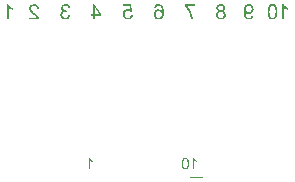
<source format=gbo>
G04*
G04 #@! TF.GenerationSoftware,Altium Limited,Altium Designer,23.9.2 (47)*
G04*
G04 Layer_Color=32896*
%FSLAX44Y44*%
%MOMM*%
G71*
G04*
G04 #@! TF.SameCoordinates,D495FCE5-1433-4DC9-BC9C-766B31E1820A*
G04*
G04*
G04 #@! TF.FilePolarity,Positive*
G04*
G01*
G75*
%ADD11C,0.1000*%
G36*
X389482Y210776D02*
X389686Y210480D01*
X389926Y210184D01*
X390148Y209925D01*
X390371Y209702D01*
X390537Y209517D01*
X390611Y209462D01*
X390667Y209406D01*
X390685Y209388D01*
X390704Y209369D01*
X391093Y209054D01*
X391482Y208758D01*
X391852Y208499D01*
X392222Y208295D01*
X392537Y208110D01*
X392667Y208036D01*
X392778Y207980D01*
X392870Y207925D01*
X392944Y207906D01*
X392981Y207869D01*
X393000D01*
Y206351D01*
X392722Y206462D01*
X392444Y206592D01*
X392167Y206721D01*
X391908Y206851D01*
X391685Y206962D01*
X391500Y207055D01*
X391389Y207129D01*
X391371Y207147D01*
X391352D01*
X391019Y207351D01*
X390723Y207555D01*
X390463Y207740D01*
X390260Y207906D01*
X390074Y208036D01*
X389963Y208147D01*
X389871Y208221D01*
X389852Y208240D01*
Y198222D01*
X388278D01*
Y211091D01*
X389297D01*
X389482Y210776D01*
D02*
G37*
G36*
X380557Y211054D02*
X381020Y210980D01*
X381409Y210851D01*
X381742Y210721D01*
X382020Y210573D01*
X382131Y210517D01*
X382223Y210443D01*
X382297Y210406D01*
X382353Y210369D01*
X382371Y210332D01*
X382390D01*
X382723Y210036D01*
X383001Y209684D01*
X383242Y209332D01*
X383427Y208999D01*
X383575Y208684D01*
X383649Y208554D01*
X383686Y208425D01*
X383723Y208332D01*
X383760Y208258D01*
X383779Y208221D01*
Y208203D01*
X383853Y207925D01*
X383927Y207647D01*
X384038Y207036D01*
X384131Y206425D01*
X384186Y205851D01*
X384205Y205573D01*
X384223Y205333D01*
Y205110D01*
X384242Y204907D01*
Y204758D01*
Y204629D01*
Y204555D01*
Y204536D01*
X384223Y203888D01*
X384186Y203277D01*
X384131Y202722D01*
X384038Y202203D01*
X383945Y201722D01*
X383834Y201296D01*
X383723Y200907D01*
X383612Y200574D01*
X383501Y200278D01*
X383371Y200018D01*
X383279Y199796D01*
X383186Y199629D01*
X383094Y199481D01*
X383038Y199389D01*
X383001Y199333D01*
X382982Y199315D01*
X382779Y199093D01*
X382557Y198889D01*
X382316Y198704D01*
X382075Y198556D01*
X381834Y198426D01*
X381594Y198315D01*
X381353Y198241D01*
X381131Y198167D01*
X380909Y198111D01*
X380705Y198074D01*
X380520Y198037D01*
X380372Y198018D01*
X380242Y198000D01*
X380057D01*
X379557Y198037D01*
X379094Y198111D01*
X378705Y198241D01*
X378372Y198370D01*
X378094Y198500D01*
X378002Y198574D01*
X377909Y198629D01*
X377835Y198667D01*
X377779Y198704D01*
X377761Y198741D01*
X377742D01*
X377409Y199055D01*
X377131Y199389D01*
X376891Y199759D01*
X376705Y200092D01*
X376557Y200407D01*
X376483Y200537D01*
X376446Y200666D01*
X376409Y200759D01*
X376372Y200833D01*
X376354Y200870D01*
Y200889D01*
X376261Y201166D01*
X376187Y201444D01*
X376076Y202037D01*
X375983Y202648D01*
X375928Y203240D01*
X375909Y203499D01*
X375891Y203740D01*
Y203962D01*
X375872Y204166D01*
Y204314D01*
Y204444D01*
Y204518D01*
Y204536D01*
Y204888D01*
X375891Y205222D01*
Y205518D01*
X375909Y205814D01*
X375946Y206073D01*
X375965Y206332D01*
X375983Y206555D01*
X376020Y206758D01*
X376039Y206943D01*
X376076Y207110D01*
X376094Y207240D01*
X376113Y207351D01*
X376131Y207444D01*
X376150Y207499D01*
X376168Y207536D01*
Y207555D01*
X376279Y207962D01*
X376409Y208332D01*
X376557Y208647D01*
X376668Y208925D01*
X376798Y209165D01*
X376872Y209332D01*
X376946Y209425D01*
X376965Y209462D01*
X377168Y209739D01*
X377372Y209980D01*
X377594Y210184D01*
X377798Y210369D01*
X377983Y210499D01*
X378131Y210591D01*
X378224Y210647D01*
X378242Y210665D01*
X378261D01*
X378557Y210814D01*
X378872Y210906D01*
X379168Y210980D01*
X379446Y211036D01*
X379687Y211073D01*
X379890Y211091D01*
X380057D01*
X380557Y211054D01*
D02*
G37*
G36*
X360297Y211073D02*
X360593Y211036D01*
X360889Y210980D01*
X361148Y210906D01*
X361648Y210702D01*
X361871Y210610D01*
X362056Y210499D01*
X362241Y210369D01*
X362389Y210277D01*
X362537Y210165D01*
X362648Y210073D01*
X362741Y209999D01*
X362796Y209943D01*
X362834Y209906D01*
X362852Y209888D01*
X363056Y209665D01*
X363222Y209406D01*
X363389Y209165D01*
X363519Y208906D01*
X363630Y208629D01*
X363722Y208369D01*
X363852Y207888D01*
X363907Y207647D01*
X363945Y207444D01*
X363963Y207240D01*
X363982Y207073D01*
X364000Y206943D01*
Y206851D01*
Y206777D01*
Y206758D01*
X363982Y206406D01*
X363945Y206092D01*
X363907Y205777D01*
X363833Y205481D01*
X363741Y205222D01*
X363648Y204962D01*
X363556Y204740D01*
X363445Y204536D01*
X363352Y204351D01*
X363259Y204184D01*
X363167Y204055D01*
X363074Y203925D01*
X363000Y203833D01*
X362963Y203777D01*
X362926Y203740D01*
X362907Y203722D01*
X362704Y203518D01*
X362482Y203351D01*
X362259Y203185D01*
X362019Y203055D01*
X361796Y202944D01*
X361574Y202851D01*
X361148Y202722D01*
X360963Y202666D01*
X360778Y202629D01*
X360630Y202611D01*
X360482Y202592D01*
X360371Y202574D01*
X360223D01*
X359871Y202592D01*
X359538Y202648D01*
X359241Y202722D01*
X358964Y202814D01*
X358760Y202888D01*
X358593Y202962D01*
X358482Y203018D01*
X358445Y203036D01*
X358149Y203222D01*
X357890Y203425D01*
X357667Y203629D01*
X357482Y203814D01*
X357352Y203999D01*
X357241Y204129D01*
X357167Y204222D01*
X357149Y204259D01*
Y204111D01*
Y204018D01*
Y203962D01*
Y203944D01*
X357167Y203573D01*
X357186Y203222D01*
X357223Y202907D01*
X357260Y202611D01*
X357315Y202370D01*
X357352Y202185D01*
X357371Y202111D01*
Y202055D01*
X357390Y202037D01*
Y202018D01*
X357482Y201685D01*
X357575Y201388D01*
X357667Y201129D01*
X357760Y200907D01*
X357834Y200740D01*
X357908Y200611D01*
X357945Y200518D01*
X357964Y200500D01*
X358112Y200296D01*
X358260Y200129D01*
X358408Y199981D01*
X358556Y199852D01*
X358667Y199741D01*
X358778Y199667D01*
X358852Y199629D01*
X358871Y199611D01*
X359075Y199500D01*
X359297Y199426D01*
X359501Y199370D01*
X359704Y199333D01*
X359871Y199315D01*
X360000Y199296D01*
X360130D01*
X360426Y199315D01*
X360704Y199370D01*
X360945Y199444D01*
X361148Y199537D01*
X361297Y199611D01*
X361426Y199685D01*
X361500Y199741D01*
X361519Y199759D01*
X361704Y199963D01*
X361852Y200203D01*
X361982Y200463D01*
X362074Y200722D01*
X362148Y200944D01*
X362204Y201148D01*
X362222Y201222D01*
Y201259D01*
X362241Y201296D01*
Y201315D01*
X363759Y201185D01*
X363648Y200648D01*
X363500Y200185D01*
X363315Y199778D01*
X363130Y199444D01*
X362945Y199185D01*
X362852Y199074D01*
X362778Y198981D01*
X362722Y198926D01*
X362667Y198870D01*
X362648Y198852D01*
X362630Y198833D01*
X362445Y198685D01*
X362241Y198556D01*
X361834Y198352D01*
X361426Y198204D01*
X361037Y198111D01*
X360686Y198037D01*
X360537Y198018D01*
X360408D01*
X360315Y198000D01*
X360167D01*
X359649Y198037D01*
X359186Y198111D01*
X358760Y198241D01*
X358408Y198389D01*
X358260Y198444D01*
X358112Y198518D01*
X358001Y198592D01*
X357890Y198648D01*
X357816Y198685D01*
X357760Y198722D01*
X357723Y198759D01*
X357704D01*
X357334Y199074D01*
X357001Y199426D01*
X356741Y199796D01*
X356519Y200148D01*
X356334Y200463D01*
X356260Y200611D01*
X356204Y200722D01*
X356167Y200833D01*
X356130Y200907D01*
X356112Y200944D01*
Y200963D01*
X356019Y201240D01*
X355927Y201555D01*
X355797Y202185D01*
X355705Y202851D01*
X355649Y203481D01*
X355612Y203759D01*
X355593Y204036D01*
Y204277D01*
X355575Y204481D01*
Y204647D01*
Y204777D01*
Y204870D01*
Y204888D01*
Y205314D01*
X355593Y205721D01*
X355630Y206092D01*
X355667Y206444D01*
X355705Y206758D01*
X355742Y207055D01*
X355797Y207332D01*
X355853Y207573D01*
X355908Y207777D01*
X355945Y207962D01*
X356001Y208129D01*
X356038Y208258D01*
X356075Y208351D01*
X356112Y208425D01*
X356130Y208462D01*
Y208480D01*
X356353Y208925D01*
X356593Y209314D01*
X356871Y209647D01*
X357112Y209925D01*
X357352Y210128D01*
X357538Y210277D01*
X357612Y210332D01*
X357667Y210369D01*
X357686Y210406D01*
X357704D01*
X358093Y210628D01*
X358482Y210795D01*
X358871Y210925D01*
X359223Y210999D01*
X359538Y211054D01*
X359667Y211073D01*
X359760D01*
X359852Y211091D01*
X359982D01*
X360297Y211073D01*
D02*
G37*
G36*
X336591D02*
X336887Y211054D01*
X337406Y210943D01*
X337646Y210869D01*
X337868Y210795D01*
X338072Y210702D01*
X338257Y210610D01*
X338405Y210517D01*
X338554Y210425D01*
X338683Y210351D01*
X338776Y210277D01*
X338850Y210221D01*
X338905Y210165D01*
X338942Y210147D01*
X338961Y210128D01*
X339128Y209943D01*
X339294Y209758D01*
X339424Y209554D01*
X339535Y209351D01*
X339720Y208962D01*
X339831Y208591D01*
X339905Y208277D01*
X339924Y208129D01*
X339942Y208018D01*
X339961Y207906D01*
Y207832D01*
Y207795D01*
Y207777D01*
X339942Y207444D01*
X339887Y207129D01*
X339813Y206851D01*
X339720Y206610D01*
X339646Y206425D01*
X339572Y206277D01*
X339516Y206203D01*
X339498Y206166D01*
X339294Y205944D01*
X339072Y205740D01*
X338831Y205555D01*
X338591Y205407D01*
X338368Y205296D01*
X338202Y205222D01*
X338128Y205184D01*
X338072Y205166D01*
X338054Y205147D01*
X338035D01*
X338461Y205018D01*
X338813Y204851D01*
X339128Y204647D01*
X339387Y204462D01*
X339591Y204277D01*
X339739Y204129D01*
X339813Y204036D01*
X339850Y204018D01*
Y203999D01*
X340053Y203666D01*
X340220Y203314D01*
X340331Y202981D01*
X340405Y202648D01*
X340442Y202351D01*
X340461Y202222D01*
Y202111D01*
X340479Y202037D01*
Y201963D01*
Y201926D01*
Y201907D01*
X340461Y201611D01*
X340424Y201315D01*
X340368Y201037D01*
X340294Y200759D01*
X340109Y200296D01*
X340016Y200074D01*
X339905Y199889D01*
X339794Y199704D01*
X339702Y199555D01*
X339591Y199426D01*
X339516Y199315D01*
X339442Y199222D01*
X339387Y199167D01*
X339350Y199130D01*
X339331Y199111D01*
X339109Y198907D01*
X338868Y198741D01*
X338609Y198592D01*
X338350Y198463D01*
X338109Y198370D01*
X337850Y198278D01*
X337350Y198148D01*
X337128Y198093D01*
X336924Y198055D01*
X336739Y198037D01*
X336572Y198018D01*
X336443Y198000D01*
X336258D01*
X335906Y198018D01*
X335591Y198055D01*
X335276Y198111D01*
X334980Y198167D01*
X334721Y198259D01*
X334462Y198352D01*
X334221Y198444D01*
X334017Y198556D01*
X333832Y198667D01*
X333665Y198759D01*
X333536Y198852D01*
X333406Y198944D01*
X333313Y199000D01*
X333258Y199055D01*
X333221Y199093D01*
X333202Y199111D01*
X332999Y199333D01*
X332813Y199555D01*
X332665Y199778D01*
X332536Y200018D01*
X332406Y200240D01*
X332313Y200481D01*
X332184Y200907D01*
X332128Y201111D01*
X332091Y201296D01*
X332073Y201463D01*
X332054Y201592D01*
X332036Y201703D01*
Y201796D01*
Y201851D01*
Y201870D01*
X332054Y202296D01*
X332128Y202685D01*
X332239Y203036D01*
X332351Y203333D01*
X332462Y203573D01*
X332573Y203759D01*
X332647Y203870D01*
X332665Y203888D01*
Y203907D01*
X332925Y204203D01*
X333202Y204462D01*
X333499Y204666D01*
X333776Y204851D01*
X334036Y204981D01*
X334258Y205073D01*
X334332Y205110D01*
X334387Y205129D01*
X334424Y205147D01*
X334443D01*
X334110Y205296D01*
X333832Y205462D01*
X333591Y205629D01*
X333387Y205795D01*
X333239Y205944D01*
X333128Y206055D01*
X333054Y206129D01*
X333036Y206166D01*
X332869Y206425D01*
X332758Y206684D01*
X332665Y206943D01*
X332610Y207203D01*
X332573Y207406D01*
X332554Y207573D01*
Y207684D01*
Y207703D01*
Y207721D01*
X332573Y207980D01*
X332591Y208221D01*
X332721Y208684D01*
X332887Y209091D01*
X333073Y209443D01*
X333258Y209721D01*
X333350Y209832D01*
X333424Y209943D01*
X333499Y210017D01*
X333554Y210073D01*
X333573Y210091D01*
X333591Y210110D01*
X333795Y210277D01*
X333998Y210443D01*
X334221Y210573D01*
X334443Y210684D01*
X334887Y210851D01*
X335332Y210962D01*
X335517Y211017D01*
X335702Y211036D01*
X335869Y211054D01*
X336017Y211073D01*
X336128Y211091D01*
X336295D01*
X336591Y211073D01*
D02*
G37*
G36*
X314363Y209128D02*
X308086D01*
X308530Y208591D01*
X308956Y208018D01*
X309326Y207462D01*
X309678Y206925D01*
X309826Y206684D01*
X309956Y206462D01*
X310085Y206258D01*
X310178Y206092D01*
X310252Y205944D01*
X310308Y205851D01*
X310345Y205777D01*
X310363Y205758D01*
X310734Y205018D01*
X311067Y204277D01*
X311345Y203573D01*
X311456Y203259D01*
X311567Y202944D01*
X311678Y202666D01*
X311752Y202407D01*
X311826Y202185D01*
X311882Y202000D01*
X311937Y201833D01*
X311974Y201722D01*
X311993Y201648D01*
Y201629D01*
X312178Y200870D01*
X312252Y200500D01*
X312307Y200166D01*
X312363Y199852D01*
X312418Y199537D01*
X312456Y199278D01*
X312493Y199018D01*
X312511Y198796D01*
X312530Y198592D01*
X312548Y198407D01*
Y198259D01*
X312567Y198148D01*
Y198074D01*
Y198018D01*
Y198000D01*
X310956D01*
X310900Y198704D01*
X310808Y199352D01*
X310715Y199944D01*
X310659Y200222D01*
X310604Y200481D01*
X310567Y200703D01*
X310511Y200907D01*
X310474Y201092D01*
X310437Y201240D01*
X310400Y201352D01*
X310382Y201444D01*
X310363Y201500D01*
Y201518D01*
X310085Y202370D01*
X309789Y203166D01*
X309641Y203555D01*
X309493Y203925D01*
X309326Y204259D01*
X309178Y204592D01*
X309049Y204888D01*
X308919Y205147D01*
X308808Y205370D01*
X308715Y205573D01*
X308623Y205740D01*
X308567Y205851D01*
X308530Y205925D01*
X308512Y205944D01*
X308289Y206332D01*
X308067Y206721D01*
X307845Y207073D01*
X307623Y207406D01*
X307419Y207703D01*
X307215Y207999D01*
X307012Y208258D01*
X306845Y208480D01*
X306678Y208703D01*
X306530Y208888D01*
X306382Y209036D01*
X306271Y209165D01*
X306197Y209277D01*
X306123Y209351D01*
X306086Y209388D01*
X306067Y209406D01*
Y210647D01*
X314363D01*
Y209128D01*
D02*
G37*
G36*
X283831Y211073D02*
X284183Y211036D01*
X284516Y210962D01*
X284831Y210869D01*
X285109Y210739D01*
X285386Y210628D01*
X285627Y210480D01*
X285849Y210351D01*
X286034Y210221D01*
X286220Y210073D01*
X286368Y209962D01*
X286479Y209851D01*
X286571Y209739D01*
X286645Y209665D01*
X286682Y209628D01*
X286701Y209610D01*
X286942Y209277D01*
X287145Y208888D01*
X287330Y208480D01*
X287497Y208055D01*
X287627Y207610D01*
X287738Y207166D01*
X287831Y206703D01*
X287904Y206277D01*
X287960Y205851D01*
X287997Y205462D01*
X288034Y205110D01*
X288053Y204814D01*
Y204555D01*
X288071Y204370D01*
Y204296D01*
Y204240D01*
Y204222D01*
Y204203D01*
X288053Y203610D01*
X288016Y203055D01*
X287960Y202537D01*
X287868Y202055D01*
X287775Y201629D01*
X287682Y201240D01*
X287571Y200889D01*
X287442Y200574D01*
X287330Y200315D01*
X287219Y200074D01*
X287127Y199889D01*
X287016Y199722D01*
X286942Y199592D01*
X286886Y199518D01*
X286849Y199463D01*
X286831Y199444D01*
X286590Y199185D01*
X286331Y198963D01*
X286071Y198778D01*
X285812Y198611D01*
X285534Y198463D01*
X285275Y198352D01*
X285016Y198259D01*
X284757Y198185D01*
X284534Y198130D01*
X284312Y198074D01*
X284127Y198037D01*
X283960Y198018D01*
X283812D01*
X283720Y198000D01*
X283627D01*
X283201Y198018D01*
X282812Y198093D01*
X282461Y198167D01*
X282146Y198278D01*
X281905Y198370D01*
X281720Y198463D01*
X281646Y198481D01*
X281590Y198518D01*
X281572Y198537D01*
X281553D01*
X281239Y198759D01*
X280942Y199018D01*
X280702Y199278D01*
X280498Y199537D01*
X280331Y199778D01*
X280220Y199963D01*
X280183Y200037D01*
X280146Y200092D01*
X280128Y200111D01*
Y200129D01*
X279942Y200518D01*
X279813Y200926D01*
X279720Y201296D01*
X279665Y201648D01*
X279609Y201944D01*
Y202055D01*
X279591Y202166D01*
Y202259D01*
Y202314D01*
Y202351D01*
Y202370D01*
X279609Y202703D01*
X279646Y203018D01*
X279702Y203333D01*
X279757Y203610D01*
X279850Y203870D01*
X279942Y204129D01*
X280035Y204351D01*
X280146Y204555D01*
X280257Y204740D01*
X280350Y204907D01*
X280442Y205036D01*
X280535Y205166D01*
X280590Y205259D01*
X280646Y205314D01*
X280683Y205351D01*
X280702Y205370D01*
X280905Y205573D01*
X281127Y205758D01*
X281368Y205907D01*
X281590Y206036D01*
X281813Y206166D01*
X282035Y206258D01*
X282461Y206388D01*
X282646Y206444D01*
X282831Y206481D01*
X282979Y206499D01*
X283127Y206518D01*
X283238Y206536D01*
X283386D01*
X283720Y206518D01*
X284035Y206462D01*
X284331Y206406D01*
X284590Y206332D01*
X284812Y206240D01*
X284979Y206184D01*
X285090Y206129D01*
X285109Y206110D01*
X285127D01*
X285423Y205925D01*
X285683Y205721D01*
X285923Y205518D01*
X286108Y205296D01*
X286275Y205110D01*
X286405Y204962D01*
X286479Y204851D01*
X286497Y204833D01*
Y205166D01*
X286479Y205499D01*
X286460Y205795D01*
X286423Y206092D01*
X286405Y206351D01*
X286368Y206592D01*
X286331Y206814D01*
X286275Y207018D01*
X286238Y207203D01*
X286201Y207351D01*
X286164Y207481D01*
X286145Y207592D01*
X286108Y207666D01*
X286090Y207721D01*
X286071Y207758D01*
Y207777D01*
X285886Y208147D01*
X285701Y208480D01*
X285497Y208740D01*
X285312Y208962D01*
X285146Y209147D01*
X285016Y209277D01*
X284923Y209351D01*
X284886Y209369D01*
X284664Y209517D01*
X284442Y209610D01*
X284220Y209684D01*
X283997Y209739D01*
X283831Y209776D01*
X283683Y209795D01*
X283553D01*
X283220Y209758D01*
X282905Y209684D01*
X282646Y209573D01*
X282405Y209462D01*
X282220Y209332D01*
X282090Y209221D01*
X282016Y209147D01*
X281979Y209110D01*
X281850Y208943D01*
X281720Y208740D01*
X281609Y208517D01*
X281535Y208295D01*
X281461Y208092D01*
X281405Y207925D01*
X281387Y207814D01*
X281368Y207795D01*
Y207777D01*
X279794Y207906D01*
X279905Y208425D01*
X280072Y208888D01*
X280257Y209295D01*
X280461Y209628D01*
X280665Y209888D01*
X280739Y209999D01*
X280831Y210091D01*
X280887Y210147D01*
X280942Y210202D01*
X280961Y210221D01*
X280979Y210240D01*
X281164Y210388D01*
X281368Y210517D01*
X281775Y210739D01*
X282183Y210888D01*
X282572Y210980D01*
X282924Y211054D01*
X283072Y211073D01*
X283201D01*
X283312Y211091D01*
X283461D01*
X283831Y211073D01*
D02*
G37*
G36*
X261464Y204277D02*
X259983Y204073D01*
X259853Y204277D01*
X259687Y204444D01*
X259539Y204610D01*
X259391Y204740D01*
X259242Y204833D01*
X259131Y204925D01*
X259057Y204962D01*
X259039Y204981D01*
X258798Y205092D01*
X258557Y205184D01*
X258335Y205240D01*
X258113Y205296D01*
X257928Y205314D01*
X257780Y205333D01*
X257428D01*
X257206Y205296D01*
X256817Y205203D01*
X256483Y205073D01*
X256187Y204944D01*
X255965Y204796D01*
X255798Y204666D01*
X255706Y204573D01*
X255669Y204555D01*
Y204536D01*
X255409Y204222D01*
X255224Y203888D01*
X255095Y203536D01*
X255002Y203185D01*
X254946Y202888D01*
X254928Y202759D01*
Y202648D01*
X254909Y202555D01*
Y202481D01*
Y202444D01*
Y202425D01*
Y202166D01*
X254946Y201926D01*
X255039Y201463D01*
X255169Y201074D01*
X255298Y200759D01*
X255446Y200500D01*
X255576Y200296D01*
X255632Y200240D01*
X255669Y200185D01*
X255687Y200166D01*
X255706Y200148D01*
X255854Y200000D01*
X256002Y199870D01*
X256335Y199648D01*
X256650Y199500D01*
X256965Y199407D01*
X257224Y199333D01*
X257446Y199315D01*
X257520Y199296D01*
X257631D01*
X257983Y199315D01*
X258298Y199389D01*
X258576Y199481D01*
X258798Y199592D01*
X259002Y199704D01*
X259150Y199796D01*
X259224Y199870D01*
X259261Y199889D01*
X259483Y200148D01*
X259668Y200426D01*
X259816Y200740D01*
X259928Y201018D01*
X260002Y201296D01*
X260057Y201500D01*
X260076Y201592D01*
X260094Y201648D01*
Y201685D01*
Y201703D01*
X261742Y201574D01*
X261705Y201277D01*
X261649Y201000D01*
X261483Y200481D01*
X261279Y200037D01*
X261168Y199833D01*
X261057Y199667D01*
X260964Y199500D01*
X260853Y199352D01*
X260761Y199241D01*
X260668Y199148D01*
X260594Y199074D01*
X260557Y199000D01*
X260520Y198981D01*
X260501Y198963D01*
X260279Y198796D01*
X260057Y198648D01*
X259816Y198518D01*
X259576Y198407D01*
X259113Y198241D01*
X258650Y198130D01*
X258446Y198074D01*
X258242Y198055D01*
X258076Y198037D01*
X257928Y198018D01*
X257798Y198000D01*
X257631D01*
X257243Y198018D01*
X256872Y198074D01*
X256520Y198148D01*
X256206Y198241D01*
X255909Y198370D01*
X255632Y198500D01*
X255372Y198629D01*
X255150Y198778D01*
X254946Y198926D01*
X254761Y199055D01*
X254613Y199204D01*
X254484Y199315D01*
X254391Y199407D01*
X254317Y199481D01*
X254280Y199537D01*
X254261Y199555D01*
X254076Y199796D01*
X253928Y200055D01*
X253780Y200296D01*
X253669Y200555D01*
X253484Y201055D01*
X253373Y201537D01*
X253336Y201740D01*
X253299Y201944D01*
X253280Y202111D01*
X253262Y202259D01*
X253243Y202388D01*
Y202481D01*
Y202537D01*
Y202555D01*
X253262Y202888D01*
X253299Y203203D01*
X253354Y203518D01*
X253428Y203796D01*
X253521Y204055D01*
X253613Y204314D01*
X253724Y204536D01*
X253817Y204740D01*
X253928Y204925D01*
X254039Y205092D01*
X254132Y205222D01*
X254224Y205351D01*
X254298Y205444D01*
X254354Y205499D01*
X254391Y205536D01*
X254410Y205555D01*
X254632Y205758D01*
X254854Y205944D01*
X255095Y206092D01*
X255335Y206221D01*
X255576Y206351D01*
X255817Y206444D01*
X256261Y206573D01*
X256465Y206629D01*
X256650Y206666D01*
X256817Y206684D01*
X256965Y206703D01*
X257076Y206721D01*
X257483D01*
X257705Y206684D01*
X258150Y206592D01*
X258557Y206462D01*
X258928Y206314D01*
X259224Y206166D01*
X259354Y206092D01*
X259465Y206036D01*
X259557Y205981D01*
X259613Y205944D01*
X259650Y205925D01*
X259668Y205907D01*
X258983Y209369D01*
X253854D01*
Y210869D01*
X260224D01*
X261464Y204277D01*
D02*
G37*
G36*
X156482Y210554D02*
X156685Y210258D01*
X156926Y209962D01*
X157148Y209702D01*
X157371Y209480D01*
X157537Y209295D01*
X157611Y209240D01*
X157667Y209184D01*
X157685Y209165D01*
X157704Y209147D01*
X158093Y208832D01*
X158482Y208536D01*
X158852Y208277D01*
X159222Y208073D01*
X159537Y207888D01*
X159667Y207814D01*
X159778Y207758D01*
X159870Y207703D01*
X159944Y207684D01*
X159981Y207647D01*
X160000D01*
Y206129D01*
X159722Y206240D01*
X159445Y206369D01*
X159167Y206499D01*
X158907Y206629D01*
X158685Y206740D01*
X158500Y206832D01*
X158389Y206907D01*
X158371Y206925D01*
X158352D01*
X158019Y207129D01*
X157722Y207332D01*
X157463Y207518D01*
X157260Y207684D01*
X157074Y207814D01*
X156963Y207925D01*
X156871Y207999D01*
X156852Y208018D01*
Y198000D01*
X155278D01*
Y210869D01*
X156297D01*
X156482Y210554D01*
D02*
G37*
G36*
X178401Y210851D02*
X178716Y210832D01*
X179012Y210776D01*
X179290Y210721D01*
X179549Y210647D01*
X179790Y210573D01*
X180012Y210480D01*
X180215Y210388D01*
X180401Y210295D01*
X180549Y210202D01*
X180678Y210128D01*
X180790Y210054D01*
X180882Y209999D01*
X180938Y209943D01*
X180975Y209925D01*
X180993Y209906D01*
X181178Y209721D01*
X181345Y209517D01*
X181512Y209295D01*
X181641Y209073D01*
X181863Y208629D01*
X182012Y208184D01*
X182067Y207980D01*
X182123Y207777D01*
X182160Y207610D01*
X182197Y207462D01*
X182215Y207332D01*
Y207240D01*
X182234Y207184D01*
Y207166D01*
X180623Y206999D01*
X180586Y207425D01*
X180512Y207795D01*
X180401Y208129D01*
X180271Y208388D01*
X180160Y208610D01*
X180049Y208758D01*
X179975Y208851D01*
X179938Y208888D01*
X179660Y209110D01*
X179364Y209277D01*
X179049Y209406D01*
X178771Y209480D01*
X178512Y209536D01*
X178290Y209554D01*
X178216Y209573D01*
X178104D01*
X177716Y209554D01*
X177364Y209480D01*
X177068Y209369D01*
X176808Y209258D01*
X176605Y209128D01*
X176475Y209036D01*
X176383Y208962D01*
X176346Y208925D01*
X176123Y208666D01*
X175957Y208406D01*
X175827Y208147D01*
X175753Y207888D01*
X175697Y207684D01*
X175679Y207499D01*
X175660Y207388D01*
Y207369D01*
Y207351D01*
X175697Y207018D01*
X175772Y206666D01*
X175901Y206351D01*
X176031Y206055D01*
X176179Y205814D01*
X176308Y205610D01*
X176346Y205536D01*
X176383Y205481D01*
X176420Y205462D01*
Y205444D01*
X176568Y205240D01*
X176753Y205036D01*
X176957Y204814D01*
X177179Y204592D01*
X177642Y204147D01*
X178104Y203703D01*
X178345Y203499D01*
X178549Y203314D01*
X178753Y203148D01*
X178919Y202999D01*
X179049Y202888D01*
X179160Y202796D01*
X179234Y202740D01*
X179253Y202722D01*
X179715Y202333D01*
X180141Y201963D01*
X180493Y201629D01*
X180771Y201352D01*
X181012Y201111D01*
X181178Y200944D01*
X181271Y200833D01*
X181308Y200814D01*
Y200796D01*
X181567Y200481D01*
X181771Y200185D01*
X181956Y199889D01*
X182104Y199629D01*
X182215Y199407D01*
X182289Y199241D01*
X182326Y199130D01*
X182345Y199111D01*
Y199093D01*
X182419Y198889D01*
X182456Y198704D01*
X182493Y198518D01*
X182512Y198352D01*
X182530Y198204D01*
Y198093D01*
Y198018D01*
Y198000D01*
X174031D01*
Y199518D01*
X180345D01*
X180123Y199833D01*
X180012Y199963D01*
X179919Y200092D01*
X179827Y200203D01*
X179753Y200278D01*
X179697Y200333D01*
X179678Y200352D01*
X179586Y200444D01*
X179475Y200537D01*
X179216Y200777D01*
X178919Y201055D01*
X178605Y201333D01*
X178308Y201574D01*
X178179Y201685D01*
X178067Y201796D01*
X177975Y201870D01*
X177901Y201926D01*
X177864Y201963D01*
X177845Y201981D01*
X177549Y202240D01*
X177253Y202481D01*
X176994Y202722D01*
X176753Y202925D01*
X176531Y203129D01*
X176346Y203314D01*
X176160Y203481D01*
X176012Y203629D01*
X175864Y203777D01*
X175753Y203888D01*
X175660Y203981D01*
X175568Y204073D01*
X175475Y204184D01*
X175438Y204222D01*
X175179Y204536D01*
X174957Y204814D01*
X174772Y205092D01*
X174623Y205314D01*
X174512Y205518D01*
X174438Y205666D01*
X174401Y205758D01*
X174383Y205795D01*
X174272Y206073D01*
X174198Y206351D01*
X174123Y206610D01*
X174086Y206832D01*
X174068Y207036D01*
X174049Y207184D01*
Y207277D01*
Y207314D01*
X174068Y207592D01*
X174105Y207851D01*
X174142Y208110D01*
X174216Y208332D01*
X174401Y208777D01*
X174586Y209128D01*
X174697Y209295D01*
X174790Y209425D01*
X174883Y209554D01*
X174975Y209647D01*
X175049Y209721D01*
X175086Y209795D01*
X175123Y209814D01*
X175142Y209832D01*
X175346Y210017D01*
X175568Y210184D01*
X175809Y210313D01*
X176049Y210425D01*
X176531Y210610D01*
X177012Y210739D01*
X177216Y210776D01*
X177419Y210814D01*
X177605Y210832D01*
X177753Y210851D01*
X177882Y210869D01*
X178067D01*
X178401Y210851D01*
D02*
G37*
G36*
X205371Y211054D02*
X205871Y210962D01*
X206297Y210814D01*
X206668Y210665D01*
X206834Y210573D01*
X206964Y210499D01*
X207094Y210425D01*
X207186Y210351D01*
X207260Y210295D01*
X207316Y210258D01*
X207353Y210240D01*
X207371Y210221D01*
X207723Y209869D01*
X208001Y209480D01*
X208223Y209073D01*
X208408Y208666D01*
X208519Y208314D01*
X208575Y208166D01*
X208612Y208036D01*
X208630Y207925D01*
X208649Y207851D01*
X208667Y207795D01*
Y207777D01*
X207094Y207499D01*
X207019Y207906D01*
X206908Y208258D01*
X206779Y208554D01*
X206649Y208795D01*
X206520Y208980D01*
X206408Y209110D01*
X206334Y209202D01*
X206316Y209221D01*
X206075Y209406D01*
X205816Y209554D01*
X205575Y209647D01*
X205334Y209721D01*
X205112Y209758D01*
X204946Y209795D01*
X204797D01*
X204464Y209776D01*
X204168Y209702D01*
X203909Y209610D01*
X203687Y209517D01*
X203520Y209406D01*
X203390Y209314D01*
X203298Y209240D01*
X203279Y209221D01*
X203075Y208999D01*
X202927Y208758D01*
X202835Y208517D01*
X202761Y208295D01*
X202724Y208092D01*
X202687Y207943D01*
Y207832D01*
Y207814D01*
Y207795D01*
Y207592D01*
X202724Y207406D01*
X202816Y207092D01*
X202946Y206814D01*
X203094Y206573D01*
X203242Y206406D01*
X203372Y206277D01*
X203464Y206203D01*
X203483Y206184D01*
X203501D01*
X203816Y206018D01*
X204112Y205888D01*
X204427Y205795D01*
X204705Y205740D01*
X204946Y205703D01*
X205149Y205666D01*
X205390D01*
X205464Y205684D01*
X205557D01*
X205742Y204296D01*
X205501Y204351D01*
X205279Y204388D01*
X205094Y204425D01*
X204927Y204444D01*
X204797Y204462D01*
X204631D01*
X204242Y204425D01*
X203890Y204351D01*
X203575Y204240D01*
X203316Y204111D01*
X203112Y203981D01*
X202964Y203870D01*
X202872Y203796D01*
X202835Y203759D01*
X202594Y203481D01*
X202409Y203185D01*
X202279Y202888D01*
X202205Y202592D01*
X202150Y202351D01*
X202131Y202148D01*
X202113Y202074D01*
Y202018D01*
Y201981D01*
Y201963D01*
X202150Y201555D01*
X202242Y201185D01*
X202353Y200870D01*
X202501Y200592D01*
X202649Y200370D01*
X202761Y200203D01*
X202853Y200092D01*
X202890Y200055D01*
X203186Y199796D01*
X203501Y199611D01*
X203816Y199481D01*
X204112Y199389D01*
X204372Y199333D01*
X204575Y199315D01*
X204649Y199296D01*
X204760D01*
X205094Y199315D01*
X205408Y199389D01*
X205686Y199481D01*
X205909Y199592D01*
X206094Y199685D01*
X206242Y199778D01*
X206316Y199852D01*
X206353Y199870D01*
X206575Y200129D01*
X206760Y200426D01*
X206927Y200740D01*
X207057Y201074D01*
X207149Y201352D01*
X207186Y201481D01*
X207205Y201592D01*
X207223Y201685D01*
X207242Y201759D01*
X207260Y201796D01*
Y201814D01*
X208834Y201611D01*
X208797Y201315D01*
X208741Y201037D01*
X208575Y200518D01*
X208371Y200074D01*
X208260Y199889D01*
X208149Y199704D01*
X208038Y199537D01*
X207927Y199407D01*
X207834Y199278D01*
X207742Y199185D01*
X207686Y199111D01*
X207631Y199055D01*
X207593Y199018D01*
X207575Y199000D01*
X207353Y198833D01*
X207131Y198667D01*
X206908Y198537D01*
X206668Y198426D01*
X206205Y198241D01*
X205760Y198130D01*
X205557Y198093D01*
X205371Y198055D01*
X205205Y198037D01*
X205057Y198018D01*
X204946Y198000D01*
X204779D01*
X204427Y198018D01*
X204112Y198055D01*
X203798Y198111D01*
X203501Y198185D01*
X203223Y198278D01*
X202983Y198370D01*
X202742Y198481D01*
X202538Y198592D01*
X202335Y198685D01*
X202168Y198796D01*
X202020Y198889D01*
X201909Y198981D01*
X201816Y199055D01*
X201742Y199111D01*
X201705Y199148D01*
X201687Y199167D01*
X201465Y199389D01*
X201279Y199629D01*
X201113Y199870D01*
X200965Y200111D01*
X200853Y200333D01*
X200742Y200574D01*
X200594Y201018D01*
X200557Y201222D01*
X200520Y201407D01*
X200483Y201574D01*
X200465Y201722D01*
X200446Y201833D01*
Y201926D01*
Y201981D01*
Y202000D01*
X200465Y202444D01*
X200539Y202851D01*
X200650Y203203D01*
X200761Y203499D01*
X200872Y203740D01*
X200983Y203925D01*
X201057Y204036D01*
X201076Y204073D01*
X201335Y204351D01*
X201613Y204592D01*
X201909Y204777D01*
X202205Y204925D01*
X202464Y205036D01*
X202668Y205110D01*
X202742Y205129D01*
X202798Y205147D01*
X202835Y205166D01*
X202853D01*
X202538Y205333D01*
X202279Y205499D01*
X202057Y205684D01*
X201872Y205851D01*
X201724Y205999D01*
X201613Y206129D01*
X201557Y206203D01*
X201539Y206240D01*
X201390Y206499D01*
X201279Y206758D01*
X201187Y207018D01*
X201131Y207258D01*
X201094Y207462D01*
X201076Y207610D01*
Y207721D01*
Y207758D01*
X201094Y208073D01*
X201150Y208388D01*
X201224Y208666D01*
X201316Y208906D01*
X201409Y209110D01*
X201483Y209277D01*
X201539Y209369D01*
X201557Y209406D01*
X201742Y209684D01*
X201964Y209925D01*
X202187Y210128D01*
X202409Y210313D01*
X202594Y210443D01*
X202761Y210554D01*
X202872Y210610D01*
X202890Y210628D01*
X202909D01*
X203242Y210776D01*
X203575Y210888D01*
X203909Y210980D01*
X204205Y211036D01*
X204446Y211073D01*
X204649Y211091D01*
X205112D01*
X205371Y211054D01*
D02*
G37*
G36*
X235051Y202518D02*
Y201074D01*
X229477D01*
Y198000D01*
X227903D01*
Y201074D01*
X226163D01*
Y202518D01*
X227903D01*
Y210814D01*
X229181D01*
X235051Y202518D01*
D02*
G37*
G36*
X313365Y80569D02*
X313518Y80347D01*
X313698Y80125D01*
X313864Y79931D01*
X314031Y79765D01*
X314156Y79626D01*
X314211Y79585D01*
X314253Y79543D01*
X314266Y79529D01*
X314280Y79515D01*
X314572Y79279D01*
X314863Y79058D01*
X315140Y78863D01*
X315417Y78711D01*
X315653Y78572D01*
X315750Y78517D01*
X315834Y78475D01*
X315903Y78433D01*
X315958Y78420D01*
X315986Y78392D01*
X316000D01*
Y77255D01*
X315792Y77338D01*
X315584Y77435D01*
X315376Y77532D01*
X315182Y77629D01*
X315015Y77712D01*
X314877Y77782D01*
X314793Y77837D01*
X314780Y77851D01*
X314766D01*
X314516Y78004D01*
X314294Y78156D01*
X314100Y78295D01*
X313948Y78420D01*
X313809Y78517D01*
X313726Y78600D01*
X313656Y78655D01*
X313642Y78669D01*
Y71166D01*
X312464D01*
Y80805D01*
X313226D01*
X313365Y80569D01*
D02*
G37*
G36*
X306680Y80777D02*
X307027Y80722D01*
X307318Y80625D01*
X307568Y80528D01*
X307776Y80417D01*
X307859Y80375D01*
X307929Y80320D01*
X307984Y80292D01*
X308026Y80264D01*
X308039Y80236D01*
X308053D01*
X308303Y80014D01*
X308511Y79751D01*
X308691Y79488D01*
X308830Y79238D01*
X308941Y79002D01*
X308997Y78905D01*
X309024Y78808D01*
X309052Y78739D01*
X309080Y78683D01*
X309093Y78655D01*
Y78642D01*
X309149Y78433D01*
X309205Y78225D01*
X309288Y77768D01*
X309357Y77310D01*
X309399Y76880D01*
X309412Y76672D01*
X309426Y76492D01*
Y76325D01*
X309440Y76173D01*
Y76062D01*
Y75965D01*
Y75909D01*
Y75896D01*
X309426Y75410D01*
X309399Y74953D01*
X309357Y74536D01*
X309288Y74148D01*
X309218Y73788D01*
X309135Y73469D01*
X309052Y73177D01*
X308969Y72928D01*
X308885Y72706D01*
X308788Y72512D01*
X308719Y72345D01*
X308650Y72220D01*
X308580Y72109D01*
X308539Y72040D01*
X308511Y71999D01*
X308497Y71985D01*
X308345Y71818D01*
X308178Y71666D01*
X307998Y71527D01*
X307818Y71416D01*
X307637Y71319D01*
X307457Y71236D01*
X307277Y71180D01*
X307110Y71125D01*
X306944Y71083D01*
X306791Y71055D01*
X306653Y71028D01*
X306542Y71014D01*
X306445Y71000D01*
X306306D01*
X305931Y71028D01*
X305585Y71083D01*
X305294Y71180D01*
X305044Y71277D01*
X304836Y71375D01*
X304767Y71430D01*
X304697Y71472D01*
X304642Y71499D01*
X304600Y71527D01*
X304586Y71555D01*
X304572D01*
X304323Y71790D01*
X304115Y72040D01*
X303934Y72318D01*
X303796Y72567D01*
X303685Y72803D01*
X303629Y72900D01*
X303602Y72997D01*
X303574Y73066D01*
X303546Y73122D01*
X303532Y73150D01*
Y73163D01*
X303463Y73372D01*
X303407Y73580D01*
X303324Y74023D01*
X303255Y74481D01*
X303213Y74925D01*
X303200Y75119D01*
X303186Y75299D01*
Y75466D01*
X303172Y75618D01*
Y75729D01*
Y75826D01*
Y75882D01*
Y75896D01*
Y76159D01*
X303186Y76409D01*
Y76631D01*
X303200Y76852D01*
X303227Y77047D01*
X303241Y77241D01*
X303255Y77407D01*
X303283Y77560D01*
X303297Y77698D01*
X303324Y77823D01*
X303338Y77920D01*
X303352Y78004D01*
X303366Y78073D01*
X303380Y78115D01*
X303394Y78142D01*
Y78156D01*
X303477Y78461D01*
X303574Y78739D01*
X303685Y78974D01*
X303768Y79182D01*
X303865Y79363D01*
X303921Y79488D01*
X303976Y79557D01*
X303990Y79585D01*
X304142Y79793D01*
X304295Y79973D01*
X304461Y80125D01*
X304614Y80264D01*
X304753Y80361D01*
X304864Y80430D01*
X304933Y80472D01*
X304947Y80486D01*
X304961D01*
X305183Y80597D01*
X305418Y80666D01*
X305640Y80722D01*
X305848Y80763D01*
X306029Y80791D01*
X306181Y80805D01*
X306306D01*
X306680Y80777D01*
D02*
G37*
G36*
X225365Y80403D02*
X225518Y80181D01*
X225698Y79959D01*
X225864Y79765D01*
X226031Y79598D01*
X226155Y79460D01*
X226211Y79418D01*
X226253Y79377D01*
X226266Y79363D01*
X226280Y79349D01*
X226572Y79113D01*
X226863Y78891D01*
X227140Y78697D01*
X227418Y78544D01*
X227653Y78406D01*
X227750Y78350D01*
X227834Y78309D01*
X227903Y78267D01*
X227958Y78253D01*
X227986Y78225D01*
X228000D01*
Y77088D01*
X227792Y77171D01*
X227584Y77269D01*
X227376Y77366D01*
X227182Y77463D01*
X227015Y77546D01*
X226877Y77615D01*
X226793Y77671D01*
X226780Y77685D01*
X226766D01*
X226516Y77837D01*
X226294Y77990D01*
X226100Y78128D01*
X225947Y78253D01*
X225809Y78350D01*
X225726Y78433D01*
X225656Y78489D01*
X225642Y78503D01*
Y71000D01*
X224464D01*
Y80639D01*
X225226D01*
X225365Y80403D01*
D02*
G37*
%LPC*%
G36*
X380187Y209795D02*
X380075D01*
X379872Y209776D01*
X379668Y209758D01*
X379483Y209702D01*
X379316Y209628D01*
X379002Y209462D01*
X378724Y209277D01*
X378520Y209073D01*
X378353Y208906D01*
X378298Y208832D01*
X378261Y208777D01*
X378224Y208758D01*
Y208740D01*
X378094Y208517D01*
X377983Y208258D01*
X377872Y207962D01*
X377798Y207647D01*
X377724Y207314D01*
X377668Y206962D01*
X377576Y206258D01*
X377539Y205907D01*
X377520Y205592D01*
X377502Y205296D01*
Y205055D01*
X377483Y204833D01*
Y204666D01*
Y204573D01*
Y204555D01*
Y204536D01*
Y203962D01*
X377520Y203444D01*
X377557Y202981D01*
X377594Y202537D01*
X377650Y202166D01*
X377724Y201814D01*
X377798Y201518D01*
X377853Y201240D01*
X377928Y201018D01*
X378002Y200833D01*
X378057Y200666D01*
X378131Y200537D01*
X378168Y200444D01*
X378205Y200389D01*
X378242Y200352D01*
Y200333D01*
X378390Y200148D01*
X378539Y200000D01*
X378687Y199852D01*
X378835Y199741D01*
X379150Y199555D01*
X379427Y199426D01*
X379687Y199352D01*
X379872Y199315D01*
X379946Y199296D01*
X380057D01*
X380261Y199315D01*
X380446Y199333D01*
X380798Y199463D01*
X381112Y199629D01*
X381390Y199815D01*
X381594Y200000D01*
X381760Y200166D01*
X381853Y200296D01*
X381890Y200315D01*
Y200333D01*
X382020Y200555D01*
X382131Y200814D01*
X382242Y201111D01*
X382316Y201426D01*
X382390Y201759D01*
X382445Y202111D01*
X382538Y202833D01*
X382575Y203166D01*
X382594Y203481D01*
X382612Y203777D01*
Y204018D01*
X382631Y204240D01*
Y204407D01*
Y204499D01*
Y204536D01*
X382612Y205110D01*
X382594Y205629D01*
X382557Y206110D01*
X382501Y206555D01*
X382445Y206943D01*
X382371Y207295D01*
X382297Y207610D01*
X382223Y207888D01*
X382149Y208129D01*
X382094Y208332D01*
X382020Y208499D01*
X381964Y208647D01*
X381909Y208740D01*
X381871Y208814D01*
X381834Y208851D01*
Y208869D01*
X381705Y209036D01*
X381575Y209184D01*
X381427Y209295D01*
X381279Y209406D01*
X380983Y209573D01*
X380705Y209684D01*
X380464Y209739D01*
X380261Y209776D01*
X380187Y209795D01*
D02*
G37*
G36*
X359889D02*
X359593D01*
X359408Y209758D01*
X359075Y209665D01*
X358778Y209536D01*
X358519Y209406D01*
X358315Y209258D01*
X358167Y209128D01*
X358075Y209036D01*
X358038Y209017D01*
Y208999D01*
X357797Y208684D01*
X357612Y208332D01*
X357482Y207962D01*
X357408Y207610D01*
X357352Y207314D01*
X357334Y207184D01*
Y207055D01*
X357315Y206962D01*
Y206888D01*
Y206851D01*
Y206832D01*
X357352Y206351D01*
X357427Y205925D01*
X357538Y205573D01*
X357667Y205277D01*
X357816Y205036D01*
X357927Y204870D01*
X358001Y204758D01*
X358038Y204722D01*
X358315Y204462D01*
X358612Y204277D01*
X358908Y204147D01*
X359204Y204055D01*
X359445Y203999D01*
X359649Y203981D01*
X359723Y203962D01*
X359834D01*
X360223Y203999D01*
X360574Y204073D01*
X360889Y204203D01*
X361167Y204351D01*
X361371Y204481D01*
X361537Y204610D01*
X361630Y204685D01*
X361667Y204722D01*
X361908Y205018D01*
X362093Y205351D01*
X362204Y205684D01*
X362296Y205999D01*
X362352Y206277D01*
X362370Y206388D01*
Y206499D01*
X362389Y206592D01*
Y206647D01*
Y206684D01*
Y206703D01*
X362352Y207184D01*
X362278Y207629D01*
X362148Y208018D01*
X362000Y208332D01*
X361871Y208591D01*
X361741Y208777D01*
X361704Y208832D01*
X361667Y208888D01*
X361630Y208906D01*
Y208925D01*
X361482Y209073D01*
X361334Y209221D01*
X361019Y209425D01*
X360704Y209591D01*
X360408Y209684D01*
X360167Y209758D01*
X359963Y209776D01*
X359889Y209795D01*
D02*
G37*
G36*
X336406D02*
X336258D01*
X335943Y209776D01*
X335647Y209702D01*
X335406Y209610D01*
X335184Y209499D01*
X335017Y209388D01*
X334887Y209295D01*
X334795Y209221D01*
X334776Y209202D01*
X334573Y208962D01*
X334424Y208721D01*
X334313Y208480D01*
X334239Y208258D01*
X334202Y208055D01*
X334165Y207888D01*
Y207777D01*
Y207758D01*
Y207740D01*
X334184Y207444D01*
X334258Y207166D01*
X334350Y206925D01*
X334462Y206721D01*
X334573Y206555D01*
X334665Y206444D01*
X334739Y206351D01*
X334758Y206332D01*
X334980Y206147D01*
X335239Y205999D01*
X335480Y205907D01*
X335721Y205833D01*
X335943Y205795D01*
X336109Y205777D01*
X336221Y205758D01*
X336258D01*
X336591Y205777D01*
X336887Y205851D01*
X337146Y205944D01*
X337369Y206055D01*
X337535Y206147D01*
X337665Y206240D01*
X337757Y206314D01*
X337776Y206332D01*
X337961Y206555D01*
X338109Y206814D01*
X338202Y207055D01*
X338276Y207295D01*
X338313Y207499D01*
X338331Y207666D01*
X338350Y207777D01*
Y207795D01*
Y207814D01*
X338331Y208110D01*
X338257Y208369D01*
X338165Y208610D01*
X338054Y208814D01*
X337961Y208980D01*
X337868Y209110D01*
X337794Y209184D01*
X337776Y209202D01*
X337535Y209406D01*
X337295Y209554D01*
X337035Y209647D01*
X336795Y209721D01*
X336572Y209758D01*
X336406Y209795D01*
D02*
G37*
G36*
X336424Y204481D02*
X336313D01*
X335906Y204444D01*
X335535Y204370D01*
X335202Y204240D01*
X334924Y204111D01*
X334702Y203962D01*
X334535Y203833D01*
X334443Y203759D01*
X334406Y203722D01*
X334147Y203425D01*
X333961Y203111D01*
X333832Y202796D01*
X333739Y202518D01*
X333684Y202240D01*
X333665Y202037D01*
X333647Y201963D01*
Y201907D01*
Y201870D01*
Y201851D01*
X333684Y201463D01*
X333758Y201092D01*
X333887Y200777D01*
X334017Y200518D01*
X334147Y200315D01*
X334276Y200148D01*
X334350Y200055D01*
X334387Y200018D01*
X334684Y199778D01*
X334980Y199592D01*
X335295Y199481D01*
X335591Y199389D01*
X335850Y199333D01*
X336072Y199315D01*
X336147Y199296D01*
X336258D01*
X336517Y199315D01*
X336776Y199352D01*
X337017Y199407D01*
X337220Y199463D01*
X337387Y199518D01*
X337517Y199574D01*
X337591Y199611D01*
X337628Y199629D01*
X337850Y199778D01*
X338035Y199926D01*
X338202Y200092D01*
X338331Y200259D01*
X338442Y200389D01*
X338517Y200500D01*
X338554Y200592D01*
X338572Y200611D01*
X338665Y200851D01*
X338739Y201074D01*
X338794Y201296D01*
X338831Y201500D01*
X338850Y201666D01*
X338868Y201796D01*
Y201870D01*
Y201907D01*
X338831Y202296D01*
X338757Y202648D01*
X338646Y202962D01*
X338498Y203240D01*
X338368Y203444D01*
X338257Y203610D01*
X338183Y203703D01*
X338146Y203740D01*
X337868Y203981D01*
X337554Y204166D01*
X337257Y204296D01*
X336961Y204388D01*
X336702Y204444D01*
X336498Y204462D01*
X336424Y204481D01*
D02*
G37*
G36*
X283812Y205147D02*
X283701D01*
X283312Y205110D01*
X282961Y205018D01*
X282664Y204907D01*
X282405Y204758D01*
X282201Y204610D01*
X282053Y204499D01*
X281961Y204407D01*
X281924Y204370D01*
X281683Y204055D01*
X281498Y203722D01*
X281368Y203370D01*
X281294Y203036D01*
X281239Y202740D01*
X281220Y202611D01*
Y202500D01*
X281201Y202407D01*
Y202333D01*
Y202296D01*
Y202277D01*
X281239Y201777D01*
X281313Y201352D01*
X281424Y200981D01*
X281553Y200666D01*
X281702Y200426D01*
X281813Y200240D01*
X281887Y200129D01*
X281924Y200111D01*
Y200092D01*
X282053Y199944D01*
X282201Y199833D01*
X282498Y199629D01*
X282794Y199500D01*
X283053Y199389D01*
X283294Y199333D01*
X283479Y199315D01*
X283553Y199296D01*
X283646D01*
X283905Y199315D01*
X284146Y199352D01*
X284368Y199426D01*
X284553Y199500D01*
X284720Y199555D01*
X284849Y199629D01*
X284923Y199667D01*
X284960Y199685D01*
X285183Y199852D01*
X285368Y200018D01*
X285534Y200222D01*
X285664Y200389D01*
X285775Y200555D01*
X285849Y200685D01*
X285905Y200777D01*
X285923Y200814D01*
X286034Y201092D01*
X286108Y201370D01*
X286182Y201629D01*
X286220Y201870D01*
X286238Y202074D01*
X286257Y202240D01*
Y202333D01*
Y202370D01*
X286220Y202814D01*
X286145Y203203D01*
X286016Y203555D01*
X285886Y203833D01*
X285757Y204073D01*
X285627Y204240D01*
X285553Y204333D01*
X285516Y204370D01*
X285220Y204629D01*
X284923Y204814D01*
X284609Y204962D01*
X284331Y205055D01*
X284072Y205110D01*
X283886Y205129D01*
X283812Y205147D01*
D02*
G37*
G36*
X229477Y208258D02*
Y202518D01*
X233514D01*
X229477Y208258D01*
D02*
G37*
G36*
X306403Y79834D02*
X306320D01*
X306167Y79820D01*
X306015Y79806D01*
X305876Y79765D01*
X305751Y79709D01*
X305515Y79585D01*
X305308Y79446D01*
X305155Y79293D01*
X305030Y79169D01*
X304988Y79113D01*
X304961Y79071D01*
X304933Y79058D01*
Y79044D01*
X304836Y78877D01*
X304753Y78683D01*
X304669Y78461D01*
X304614Y78225D01*
X304559Y77976D01*
X304517Y77712D01*
X304448Y77185D01*
X304420Y76922D01*
X304406Y76686D01*
X304392Y76464D01*
Y76284D01*
X304378Y76117D01*
Y75993D01*
Y75923D01*
Y75909D01*
Y75896D01*
Y75466D01*
X304406Y75077D01*
X304434Y74731D01*
X304461Y74398D01*
X304503Y74120D01*
X304559Y73857D01*
X304614Y73635D01*
X304656Y73427D01*
X304711Y73261D01*
X304767Y73122D01*
X304808Y72997D01*
X304864Y72900D01*
X304891Y72831D01*
X304919Y72789D01*
X304947Y72761D01*
Y72747D01*
X305058Y72609D01*
X305169Y72498D01*
X305280Y72387D01*
X305391Y72304D01*
X305626Y72165D01*
X305835Y72068D01*
X306029Y72012D01*
X306167Y71985D01*
X306223Y71971D01*
X306306D01*
X306458Y71985D01*
X306597Y71999D01*
X306861Y72096D01*
X307097Y72220D01*
X307304Y72359D01*
X307457Y72498D01*
X307582Y72623D01*
X307651Y72720D01*
X307679Y72734D01*
Y72747D01*
X307776Y72914D01*
X307859Y73108D01*
X307943Y73330D01*
X307998Y73566D01*
X308053Y73815D01*
X308095Y74079D01*
X308164Y74620D01*
X308192Y74869D01*
X308206Y75105D01*
X308220Y75327D01*
Y75507D01*
X308234Y75674D01*
Y75799D01*
Y75868D01*
Y75896D01*
X308220Y76325D01*
X308206Y76714D01*
X308178Y77074D01*
X308137Y77407D01*
X308095Y77698D01*
X308039Y77962D01*
X307984Y78198D01*
X307929Y78406D01*
X307873Y78586D01*
X307831Y78739D01*
X307776Y78863D01*
X307734Y78974D01*
X307693Y79044D01*
X307665Y79099D01*
X307637Y79127D01*
Y79141D01*
X307540Y79266D01*
X307443Y79377D01*
X307332Y79460D01*
X307221Y79543D01*
X306999Y79668D01*
X306791Y79751D01*
X306611Y79793D01*
X306458Y79820D01*
X306403Y79834D01*
D02*
G37*
%LPD*%
D11*
X310000Y64541D02*
X320000D01*
M02*

</source>
